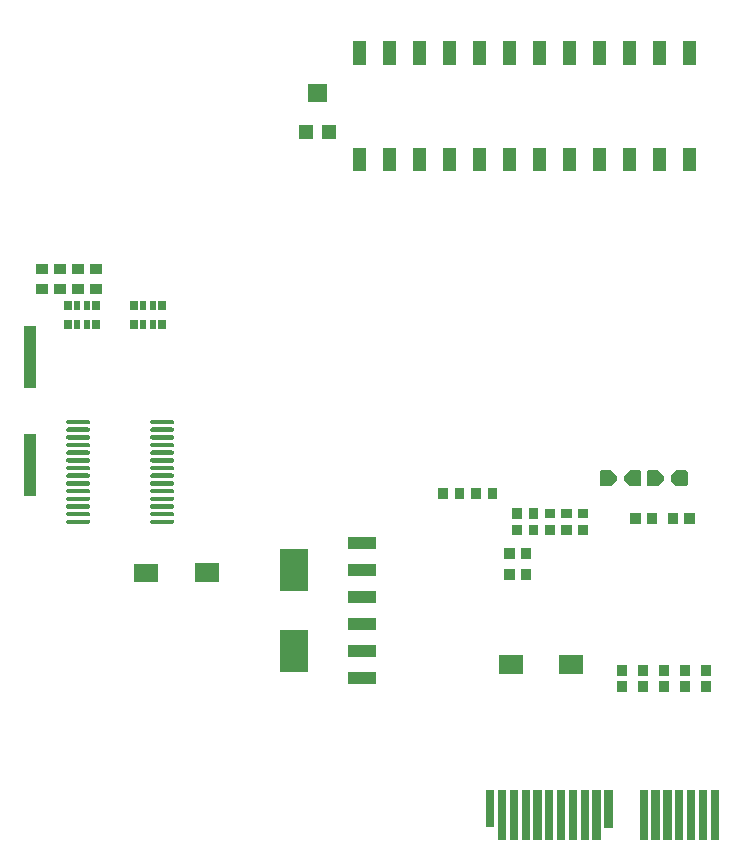
<source format=gbp>
G04 Layer: BottomPasteMaskLayer*
G04 EasyEDA v6.4.7, 2021-02-17T16:00:46+08:00*
G04 6587b44a977046f298512b0a2d276df7,119f753a6ce64b8d841f2ad33262ab0c,10*
G04 Gerber Generator version 0.2*
G04 Scale: 100 percent, Rotated: No, Reflected: No *
G04 Dimensions in millimeters *
G04 leading zeros omitted , absolute positions ,3 integer and 3 decimal *
%FSLAX33Y33*%
%MOMM*%
G90*
D02*

%ADD37R,2.046376X1.620012*%
%ADD49R,2.340000X3.599993*%
%ADD58R,1.019988X5.274005*%

%LPD*%
G36*
G01X59385Y5600D02*
G01X60085Y5600D01*
G01X60085Y1300D01*
G01X59385Y1300D01*
G01X59385Y5600D01*
G37*
G36*
G01X58385Y5600D02*
G01X59085Y5600D01*
G01X59085Y1300D01*
G01X58385Y1300D01*
G01X58385Y5600D01*
G37*
G36*
G01X60385Y5600D02*
G01X61085Y5600D01*
G01X61085Y1300D01*
G01X60385Y1300D01*
G01X60385Y5600D01*
G37*
G36*
G01X62385Y5600D02*
G01X63085Y5600D01*
G01X63085Y1300D01*
G01X62385Y1300D01*
G01X62385Y5600D01*
G37*
G36*
G01X61385Y5600D02*
G01X62085Y5600D01*
G01X62085Y1300D01*
G01X61385Y1300D01*
G01X61385Y5600D01*
G37*
G36*
G01X64385Y5600D02*
G01X65085Y5600D01*
G01X65085Y1300D01*
G01X64385Y1300D01*
G01X64385Y5600D01*
G37*
G36*
G01X63385Y5600D02*
G01X64085Y5600D01*
G01X64085Y1300D01*
G01X63385Y1300D01*
G01X63385Y5600D01*
G37*
G36*
G01X46385Y5600D02*
G01X47085Y5600D01*
G01X47085Y1300D01*
G01X46385Y1300D01*
G01X46385Y5600D01*
G37*
G36*
G01X45385Y5600D02*
G01X46085Y5600D01*
G01X46085Y2400D01*
G01X45385Y2400D01*
G01X45385Y5600D01*
G37*
G36*
G01X47385Y5600D02*
G01X48085Y5600D01*
G01X48085Y1300D01*
G01X47385Y1300D01*
G01X47385Y5600D01*
G37*
G36*
G01X53385Y5600D02*
G01X54085Y5600D01*
G01X54085Y1300D01*
G01X53385Y1300D01*
G01X53385Y5600D01*
G37*
G36*
G01X52385Y5600D02*
G01X53085Y5600D01*
G01X53085Y1300D01*
G01X52385Y1300D01*
G01X52385Y5600D01*
G37*
G36*
G01X55385Y5599D02*
G01X56085Y5599D01*
G01X56085Y2399D01*
G01X55385Y2399D01*
G01X55385Y5599D01*
G37*
G36*
G01X54385Y5600D02*
G01X55085Y5600D01*
G01X55085Y1300D01*
G01X54385Y1300D01*
G01X54385Y5600D01*
G37*
G36*
G01X49385Y5600D02*
G01X50085Y5600D01*
G01X50085Y1300D01*
G01X49385Y1300D01*
G01X49385Y5600D01*
G37*
G36*
G01X48385Y5600D02*
G01X49085Y5600D01*
G01X49085Y1300D01*
G01X48385Y1300D01*
G01X48385Y5600D01*
G37*
G36*
G01X51385Y5600D02*
G01X52085Y5600D01*
G01X52085Y1300D01*
G01X51385Y1300D01*
G01X51385Y5600D01*
G37*
G36*
G01X50385Y5600D02*
G01X51085Y5600D01*
G01X51085Y1300D01*
G01X50385Y1300D01*
G01X50385Y5600D01*
G37*
G36*
G01X62687Y13846D02*
G01X62687Y14761D01*
G01X61772Y14761D01*
G01X61772Y13846D01*
G01X62687Y13846D01*
G37*
G36*
G01X62687Y15243D02*
G01X62687Y16158D01*
G01X61772Y16158D01*
G01X61772Y15243D01*
G01X62687Y15243D01*
G37*
G36*
G01X64465Y13846D02*
G01X64465Y14761D01*
G01X63550Y14761D01*
G01X63550Y13846D01*
G01X64465Y13846D01*
G37*
G36*
G01X64465Y15243D02*
G01X64465Y16158D01*
G01X63550Y16158D01*
G01X63550Y15243D01*
G01X64465Y15243D01*
G37*
G36*
G01X60909Y13846D02*
G01X60909Y14761D01*
G01X59994Y14761D01*
G01X59994Y13846D01*
G01X60909Y13846D01*
G37*
G36*
G01X60909Y15243D02*
G01X60909Y16158D01*
G01X59994Y16158D01*
G01X59994Y15243D01*
G01X60909Y15243D01*
G37*
G36*
G01X59131Y13846D02*
G01X59131Y14761D01*
G01X58216Y14761D01*
G01X58216Y13846D01*
G01X59131Y13846D01*
G37*
G36*
G01X59131Y15243D02*
G01X59131Y16158D01*
G01X58216Y16158D01*
G01X58216Y15243D01*
G01X59131Y15243D01*
G37*
G36*
G01X57353Y13846D02*
G01X57353Y14761D01*
G01X56438Y14761D01*
G01X56438Y13846D01*
G01X57353Y13846D01*
G37*
G36*
G01X57353Y15243D02*
G01X57353Y16158D01*
G01X56438Y16158D01*
G01X56438Y15243D01*
G01X57353Y15243D01*
G37*
G36*
G01X36043Y20141D02*
G01X36043Y19161D01*
G01X33703Y19161D01*
G01X33703Y20141D01*
G01X36043Y20141D01*
G37*
G36*
G01X36043Y17841D02*
G01X36043Y16861D01*
G01X33703Y16861D01*
G01X33703Y17841D01*
G01X36043Y17841D01*
G37*
G36*
G01X36043Y15541D02*
G01X36043Y14561D01*
G01X33703Y14561D01*
G01X33703Y15541D01*
G01X36043Y15541D01*
G37*
G54D49*
G01X29134Y17351D03*
G36*
G01X36043Y26999D02*
G01X36043Y26019D01*
G01X33703Y26019D01*
G01X33703Y26999D01*
G01X36043Y26999D01*
G37*
G36*
G01X36043Y24699D02*
G01X36043Y23719D01*
G01X33703Y23719D01*
G01X33703Y24699D01*
G01X36043Y24699D01*
G37*
G36*
G01X36043Y22399D02*
G01X36043Y21419D01*
G01X33703Y21419D01*
G01X33703Y22399D01*
G01X36043Y22399D01*
G37*
G01X29134Y24209D03*
G36*
G01X49225Y26064D02*
G01X48310Y26064D01*
G01X48310Y25149D01*
G01X49225Y25149D01*
G01X49225Y26064D01*
G37*
G36*
G01X47828Y26064D02*
G01X46913Y26064D01*
G01X46913Y25149D01*
G01X47828Y25149D01*
G01X47828Y26064D01*
G37*
G36*
G01X49225Y24286D02*
G01X48310Y24286D01*
G01X48310Y23371D01*
G01X49225Y23371D01*
G01X49225Y24286D01*
G37*
G36*
G01X47828Y24286D02*
G01X46913Y24286D01*
G01X46913Y23371D01*
G01X47828Y23371D01*
G01X47828Y24286D01*
G37*
G36*
G01X57581Y28070D02*
G01X58496Y28070D01*
G01X58496Y28985D01*
G01X57581Y28985D01*
G01X57581Y28070D01*
G37*
G36*
G01X58978Y28070D02*
G01X59893Y28070D01*
G01X59893Y28985D01*
G01X58978Y28985D01*
G01X58978Y28070D01*
G37*
G36*
G01X60756Y28070D02*
G01X61671Y28070D01*
G01X61671Y28985D01*
G01X60756Y28985D01*
G01X60756Y28070D01*
G37*
G36*
G01X62153Y28070D02*
G01X63068Y28070D01*
G01X63068Y28985D01*
G01X62153Y28985D01*
G01X62153Y28070D01*
G37*
G36*
G01X63161Y59952D02*
G01X62061Y59952D01*
G01X62061Y57952D01*
G01X63161Y57952D01*
G01X63161Y59952D01*
G37*
G36*
G01X60621Y59952D02*
G01X59521Y59952D01*
G01X59521Y57952D01*
G01X60621Y57952D01*
G01X60621Y59952D01*
G37*
G36*
G01X60621Y68952D02*
G01X59521Y68952D01*
G01X59521Y66952D01*
G01X60621Y66952D01*
G01X60621Y68952D01*
G37*
G36*
G01X63161Y68952D02*
G01X62061Y68952D01*
G01X62061Y66952D01*
G01X63161Y66952D01*
G01X63161Y68952D01*
G37*
G36*
G01X58081Y59952D02*
G01X56981Y59952D01*
G01X56981Y57952D01*
G01X58081Y57952D01*
G01X58081Y59952D01*
G37*
G36*
G01X55541Y59952D02*
G01X54441Y59952D01*
G01X54441Y57952D01*
G01X55541Y57952D01*
G01X55541Y59952D01*
G37*
G36*
G01X53001Y59952D02*
G01X51901Y59952D01*
G01X51901Y57952D01*
G01X53001Y57952D01*
G01X53001Y59952D01*
G37*
G36*
G01X50461Y59952D02*
G01X49361Y59952D01*
G01X49361Y57952D01*
G01X50461Y57952D01*
G01X50461Y59952D01*
G37*
G36*
G01X58081Y68952D02*
G01X56981Y68952D01*
G01X56981Y66952D01*
G01X58081Y66952D01*
G01X58081Y68952D01*
G37*
G36*
G01X55541Y68952D02*
G01X54441Y68952D01*
G01X54441Y66952D01*
G01X55541Y66952D01*
G01X55541Y68952D01*
G37*
G36*
G01X53001Y68952D02*
G01X51901Y68952D01*
G01X51901Y66952D01*
G01X53001Y66952D01*
G01X53001Y68952D01*
G37*
G36*
G01X50461Y68952D02*
G01X49361Y68952D01*
G01X49361Y66952D01*
G01X50461Y66952D01*
G01X50461Y68952D01*
G37*
G36*
G01X47921Y59952D02*
G01X46821Y59952D01*
G01X46821Y57952D01*
G01X47921Y57952D01*
G01X47921Y59952D01*
G37*
G36*
G01X45381Y59952D02*
G01X44281Y59952D01*
G01X44281Y57952D01*
G01X45381Y57952D01*
G01X45381Y59952D01*
G37*
G36*
G01X45381Y68952D02*
G01X44281Y68952D01*
G01X44281Y66952D01*
G01X45381Y66952D01*
G01X45381Y68952D01*
G37*
G36*
G01X47921Y68952D02*
G01X46821Y68952D01*
G01X46821Y66952D01*
G01X47921Y66952D01*
G01X47921Y68952D01*
G37*
G36*
G01X42841Y59952D02*
G01X41741Y59952D01*
G01X41741Y57952D01*
G01X42841Y57952D01*
G01X42841Y59952D01*
G37*
G36*
G01X40301Y59952D02*
G01X39201Y59952D01*
G01X39201Y57952D01*
G01X40301Y57952D01*
G01X40301Y59952D01*
G37*
G36*
G01X37761Y59952D02*
G01X36661Y59952D01*
G01X36661Y57952D01*
G01X37761Y57952D01*
G01X37761Y59952D01*
G37*
G36*
G01X35221Y59952D02*
G01X34121Y59952D01*
G01X34121Y57952D01*
G01X35221Y57952D01*
G01X35221Y59952D01*
G37*
G36*
G01X42841Y68952D02*
G01X41741Y68952D01*
G01X41741Y66952D01*
G01X42841Y66952D01*
G01X42841Y68952D01*
G37*
G36*
G01X40301Y68952D02*
G01X39201Y68952D01*
G01X39201Y66952D01*
G01X40301Y66952D01*
G01X40301Y68952D01*
G37*
G36*
G01X37761Y68952D02*
G01X36661Y68952D01*
G01X36661Y66952D01*
G01X37761Y66952D01*
G01X37761Y68952D01*
G37*
G36*
G01X35221Y68952D02*
G01X34121Y68952D01*
G01X34121Y66952D01*
G01X35221Y66952D01*
G01X35221Y68952D01*
G37*
G36*
G01X31914Y65331D02*
G01X30315Y65331D01*
G01X30315Y63807D01*
G01X31914Y63807D01*
G01X31914Y65331D01*
G37*
G36*
G01X30715Y61919D02*
G01X29515Y61919D01*
G01X29515Y60719D01*
G01X30715Y60719D01*
G01X30715Y61919D01*
G37*
G36*
G01X32714Y61919D02*
G01X31514Y61919D01*
G01X31514Y60719D01*
G01X32714Y60719D01*
G01X32714Y61919D01*
G37*
G36*
G01X54044Y28573D02*
G01X54044Y29373D01*
G01X53143Y29373D01*
G01X53143Y28573D01*
G01X54044Y28573D01*
G37*
G36*
G01X54044Y27173D02*
G01X54044Y27973D01*
G01X53143Y27973D01*
G01X53143Y27173D01*
G01X54044Y27173D01*
G37*
G36*
G01X52647Y28573D02*
G01X52647Y29373D01*
G01X51746Y29373D01*
G01X51746Y28573D01*
G01X52647Y28573D01*
G37*
G36*
G01X52647Y27173D02*
G01X52647Y27973D01*
G01X51746Y27973D01*
G01X51746Y27173D01*
G01X52647Y27173D01*
G37*
G36*
G01X51250Y28573D02*
G01X51250Y29373D01*
G01X50349Y29373D01*
G01X50349Y28573D01*
G01X51250Y28573D01*
G37*
G36*
G01X51250Y27173D02*
G01X51250Y27973D01*
G01X50349Y27973D01*
G01X50349Y27173D01*
G01X51250Y27173D01*
G37*
G36*
G01X48404Y29422D02*
G01X47604Y29422D01*
G01X47604Y28522D01*
G01X48404Y28522D01*
G01X48404Y29422D01*
G37*
G36*
G01X49804Y29422D02*
G01X49004Y29422D01*
G01X49004Y28522D01*
G01X49804Y28522D01*
G01X49804Y29422D01*
G37*
G36*
G01X49004Y27125D02*
G01X49804Y27125D01*
G01X49804Y28025D01*
G01X49004Y28025D01*
G01X49004Y27125D01*
G37*
G36*
G01X47604Y27125D02*
G01X48404Y27125D01*
G01X48404Y28025D01*
G01X47604Y28025D01*
G01X47604Y27125D01*
G37*
G36*
G01X18783Y36922D02*
G01X18806Y36921D01*
G01X18828Y36917D01*
G01X18850Y36910D01*
G01X18871Y36900D01*
G01X18891Y36888D01*
G01X18909Y36874D01*
G01X18925Y36858D01*
G01X18940Y36840D01*
G01X18951Y36820D01*
G01X18961Y36799D01*
G01X18968Y36777D01*
G01X18972Y36754D01*
G01X18973Y36732D01*
G01X18972Y36708D01*
G01X18968Y36686D01*
G01X18961Y36664D01*
G01X18951Y36643D01*
G01X18940Y36623D01*
G01X18925Y36605D01*
G01X18909Y36589D01*
G01X18891Y36575D01*
G01X18871Y36563D01*
G01X18850Y36554D01*
G01X18828Y36547D01*
G01X18806Y36542D01*
G01X18783Y36541D01*
G01X17132Y36541D01*
G01X17109Y36542D01*
G01X17086Y36547D01*
G01X17064Y36554D01*
G01X17043Y36563D01*
G01X17024Y36575D01*
G01X17006Y36589D01*
G01X16989Y36605D01*
G01X16975Y36623D01*
G01X16963Y36643D01*
G01X16954Y36664D01*
G01X16947Y36686D01*
G01X16943Y36708D01*
G01X16941Y36732D01*
G01X16943Y36754D01*
G01X16947Y36777D01*
G01X16954Y36799D01*
G01X16963Y36820D01*
G01X16975Y36840D01*
G01X16989Y36858D01*
G01X17006Y36874D01*
G01X17024Y36888D01*
G01X17043Y36900D01*
G01X17064Y36910D01*
G01X17086Y36917D01*
G01X17109Y36921D01*
G01X17132Y36922D01*
G01X18783Y36922D01*
G37*
G36*
G01X18783Y36272D02*
G01X18806Y36271D01*
G01X18828Y36266D01*
G01X18850Y36259D01*
G01X18871Y36250D01*
G01X18891Y36238D01*
G01X18909Y36224D01*
G01X18925Y36208D01*
G01X18940Y36190D01*
G01X18951Y36170D01*
G01X18961Y36149D01*
G01X18968Y36127D01*
G01X18972Y36104D01*
G01X18973Y36081D01*
G01X18972Y36059D01*
G01X18968Y36036D01*
G01X18961Y36014D01*
G01X18951Y35993D01*
G01X18940Y35973D01*
G01X18925Y35955D01*
G01X18909Y35939D01*
G01X18891Y35925D01*
G01X18871Y35913D01*
G01X18850Y35903D01*
G01X18828Y35896D01*
G01X18806Y35892D01*
G01X18783Y35891D01*
G01X17132Y35891D01*
G01X17109Y35892D01*
G01X17086Y35896D01*
G01X17064Y35903D01*
G01X17043Y35913D01*
G01X17024Y35925D01*
G01X17006Y35939D01*
G01X16989Y35955D01*
G01X16975Y35973D01*
G01X16963Y35993D01*
G01X16954Y36014D01*
G01X16947Y36036D01*
G01X16943Y36059D01*
G01X16941Y36081D01*
G01X16943Y36104D01*
G01X16947Y36127D01*
G01X16954Y36149D01*
G01X16963Y36170D01*
G01X16975Y36190D01*
G01X16989Y36208D01*
G01X17006Y36224D01*
G01X17024Y36238D01*
G01X17043Y36250D01*
G01X17064Y36259D01*
G01X17086Y36266D01*
G01X17109Y36271D01*
G01X17132Y36272D01*
G01X18783Y36272D01*
G37*
G36*
G01X18783Y35622D02*
G01X18806Y35621D01*
G01X18828Y35617D01*
G01X18850Y35610D01*
G01X18871Y35600D01*
G01X18891Y35588D01*
G01X18909Y35574D01*
G01X18925Y35558D01*
G01X18940Y35540D01*
G01X18951Y35520D01*
G01X18961Y35499D01*
G01X18968Y35477D01*
G01X18972Y35454D01*
G01X18973Y35432D01*
G01X18972Y35409D01*
G01X18968Y35386D01*
G01X18961Y35364D01*
G01X18951Y35343D01*
G01X18940Y35323D01*
G01X18925Y35305D01*
G01X18909Y35289D01*
G01X18891Y35275D01*
G01X18871Y35263D01*
G01X18850Y35254D01*
G01X18828Y35247D01*
G01X18806Y35242D01*
G01X18783Y35241D01*
G01X17132Y35241D01*
G01X17109Y35242D01*
G01X17086Y35247D01*
G01X17064Y35254D01*
G01X17043Y35263D01*
G01X17024Y35275D01*
G01X17006Y35289D01*
G01X16989Y35305D01*
G01X16975Y35323D01*
G01X16963Y35343D01*
G01X16954Y35364D01*
G01X16947Y35386D01*
G01X16943Y35409D01*
G01X16941Y35432D01*
G01X16943Y35454D01*
G01X16947Y35477D01*
G01X16954Y35499D01*
G01X16963Y35520D01*
G01X16975Y35540D01*
G01X16989Y35558D01*
G01X17006Y35574D01*
G01X17024Y35588D01*
G01X17043Y35600D01*
G01X17064Y35610D01*
G01X17086Y35617D01*
G01X17109Y35621D01*
G01X17132Y35622D01*
G01X18783Y35622D01*
G37*
G36*
G01X18783Y34972D02*
G01X18806Y34971D01*
G01X18828Y34967D01*
G01X18850Y34960D01*
G01X18871Y34950D01*
G01X18891Y34938D01*
G01X18909Y34924D01*
G01X18925Y34908D01*
G01X18940Y34890D01*
G01X18951Y34870D01*
G01X18961Y34849D01*
G01X18968Y34827D01*
G01X18972Y34805D01*
G01X18973Y34782D01*
G01X18972Y34759D01*
G01X18968Y34736D01*
G01X18961Y34714D01*
G01X18951Y34693D01*
G01X18940Y34673D01*
G01X18925Y34655D01*
G01X18909Y34639D01*
G01X18891Y34625D01*
G01X18871Y34613D01*
G01X18850Y34603D01*
G01X18828Y34597D01*
G01X18806Y34592D01*
G01X18783Y34591D01*
G01X17132Y34591D01*
G01X17109Y34592D01*
G01X17086Y34597D01*
G01X17064Y34603D01*
G01X17043Y34613D01*
G01X17024Y34625D01*
G01X17006Y34639D01*
G01X16989Y34655D01*
G01X16975Y34673D01*
G01X16963Y34693D01*
G01X16954Y34714D01*
G01X16947Y34736D01*
G01X16943Y34759D01*
G01X16941Y34782D01*
G01X16943Y34805D01*
G01X16947Y34827D01*
G01X16954Y34849D01*
G01X16963Y34870D01*
G01X16975Y34890D01*
G01X16989Y34908D01*
G01X17006Y34924D01*
G01X17024Y34938D01*
G01X17043Y34950D01*
G01X17064Y34960D01*
G01X17086Y34967D01*
G01X17109Y34971D01*
G01X17132Y34972D01*
G01X18783Y34972D01*
G37*
G36*
G01X18783Y34322D02*
G01X18806Y34320D01*
G01X18828Y34316D01*
G01X18850Y34309D01*
G01X18871Y34300D01*
G01X18891Y34288D01*
G01X18909Y34274D01*
G01X18925Y34258D01*
G01X18940Y34240D01*
G01X18951Y34220D01*
G01X18961Y34199D01*
G01X18968Y34177D01*
G01X18972Y34154D01*
G01X18973Y34131D01*
G01X18972Y34108D01*
G01X18968Y34086D01*
G01X18961Y34064D01*
G01X18951Y34043D01*
G01X18940Y34023D01*
G01X18925Y34005D01*
G01X18909Y33989D01*
G01X18891Y33975D01*
G01X18871Y33963D01*
G01X18850Y33953D01*
G01X18828Y33946D01*
G01X18806Y33942D01*
G01X18783Y33941D01*
G01X17132Y33941D01*
G01X17109Y33942D01*
G01X17086Y33946D01*
G01X17064Y33953D01*
G01X17043Y33963D01*
G01X17024Y33975D01*
G01X17006Y33989D01*
G01X16989Y34005D01*
G01X16975Y34023D01*
G01X16963Y34043D01*
G01X16954Y34064D01*
G01X16947Y34086D01*
G01X16943Y34108D01*
G01X16941Y34131D01*
G01X16943Y34154D01*
G01X16947Y34177D01*
G01X16954Y34199D01*
G01X16963Y34220D01*
G01X16975Y34240D01*
G01X16989Y34258D01*
G01X17006Y34274D01*
G01X17024Y34288D01*
G01X17043Y34300D01*
G01X17064Y34309D01*
G01X17086Y34316D01*
G01X17109Y34320D01*
G01X17132Y34322D01*
G01X18783Y34322D01*
G37*
G36*
G01X18783Y33672D02*
G01X18806Y33671D01*
G01X18828Y33667D01*
G01X18850Y33660D01*
G01X18871Y33650D01*
G01X18891Y33638D01*
G01X18909Y33624D01*
G01X18925Y33608D01*
G01X18940Y33590D01*
G01X18951Y33570D01*
G01X18961Y33549D01*
G01X18968Y33527D01*
G01X18972Y33505D01*
G01X18973Y33482D01*
G01X18972Y33459D01*
G01X18968Y33436D01*
G01X18961Y33414D01*
G01X18951Y33393D01*
G01X18940Y33373D01*
G01X18925Y33355D01*
G01X18909Y33339D01*
G01X18891Y33325D01*
G01X18871Y33313D01*
G01X18850Y33304D01*
G01X18828Y33297D01*
G01X18806Y33292D01*
G01X18783Y33291D01*
G01X17132Y33291D01*
G01X17109Y33292D01*
G01X17086Y33297D01*
G01X17064Y33304D01*
G01X17043Y33313D01*
G01X17024Y33325D01*
G01X17006Y33339D01*
G01X16989Y33355D01*
G01X16975Y33373D01*
G01X16963Y33393D01*
G01X16954Y33414D01*
G01X16947Y33436D01*
G01X16943Y33459D01*
G01X16941Y33482D01*
G01X16943Y33505D01*
G01X16947Y33527D01*
G01X16954Y33549D01*
G01X16963Y33570D01*
G01X16975Y33590D01*
G01X16989Y33608D01*
G01X17006Y33624D01*
G01X17024Y33638D01*
G01X17043Y33650D01*
G01X17064Y33660D01*
G01X17086Y33667D01*
G01X17109Y33671D01*
G01X17132Y33672D01*
G01X18783Y33672D01*
G37*
G36*
G01X18783Y33022D02*
G01X18806Y33021D01*
G01X18828Y33017D01*
G01X18850Y33010D01*
G01X18871Y33001D01*
G01X18891Y32989D01*
G01X18909Y32974D01*
G01X18925Y32958D01*
G01X18940Y32940D01*
G01X18951Y32920D01*
G01X18961Y32900D01*
G01X18968Y32877D01*
G01X18972Y32855D01*
G01X18973Y32832D01*
G01X18972Y32809D01*
G01X18968Y32786D01*
G01X18961Y32764D01*
G01X18951Y32743D01*
G01X18940Y32724D01*
G01X18925Y32705D01*
G01X18909Y32689D01*
G01X18891Y32675D01*
G01X18871Y32663D01*
G01X18850Y32654D01*
G01X18828Y32647D01*
G01X18806Y32643D01*
G01X18783Y32641D01*
G01X17132Y32641D01*
G01X17109Y32643D01*
G01X17086Y32647D01*
G01X17064Y32654D01*
G01X17043Y32663D01*
G01X17024Y32675D01*
G01X17006Y32689D01*
G01X16989Y32705D01*
G01X16975Y32724D01*
G01X16963Y32743D01*
G01X16954Y32764D01*
G01X16947Y32786D01*
G01X16943Y32809D01*
G01X16941Y32832D01*
G01X16943Y32855D01*
G01X16947Y32877D01*
G01X16954Y32900D01*
G01X16963Y32920D01*
G01X16975Y32940D01*
G01X16989Y32958D01*
G01X17006Y32974D01*
G01X17024Y32989D01*
G01X17043Y33001D01*
G01X17064Y33010D01*
G01X17086Y33017D01*
G01X17109Y33021D01*
G01X17132Y33022D01*
G01X18783Y33022D01*
G37*
G36*
G01X18783Y32372D02*
G01X18806Y32371D01*
G01X18828Y32367D01*
G01X18850Y32360D01*
G01X18871Y32350D01*
G01X18891Y32338D01*
G01X18909Y32324D01*
G01X18925Y32308D01*
G01X18940Y32290D01*
G01X18951Y32270D01*
G01X18961Y32249D01*
G01X18968Y32227D01*
G01X18972Y32205D01*
G01X18973Y32182D01*
G01X18972Y32159D01*
G01X18968Y32136D01*
G01X18961Y32114D01*
G01X18951Y32093D01*
G01X18940Y32074D01*
G01X18925Y32055D01*
G01X18909Y32039D01*
G01X18891Y32025D01*
G01X18871Y32013D01*
G01X18850Y32004D01*
G01X18828Y31997D01*
G01X18806Y31992D01*
G01X18783Y31991D01*
G01X17132Y31991D01*
G01X17109Y31992D01*
G01X17086Y31997D01*
G01X17064Y32004D01*
G01X17043Y32013D01*
G01X17024Y32025D01*
G01X17006Y32039D01*
G01X16989Y32055D01*
G01X16975Y32074D01*
G01X16963Y32093D01*
G01X16954Y32114D01*
G01X16947Y32136D01*
G01X16943Y32159D01*
G01X16941Y32182D01*
G01X16943Y32205D01*
G01X16947Y32227D01*
G01X16954Y32249D01*
G01X16963Y32270D01*
G01X16975Y32290D01*
G01X16989Y32308D01*
G01X17006Y32324D01*
G01X17024Y32338D01*
G01X17043Y32350D01*
G01X17064Y32360D01*
G01X17086Y32367D01*
G01X17109Y32371D01*
G01X17132Y32372D01*
G01X18783Y32372D01*
G37*
G36*
G01X18783Y31722D02*
G01X18806Y31721D01*
G01X18828Y31717D01*
G01X18850Y31710D01*
G01X18871Y31700D01*
G01X18891Y31688D01*
G01X18909Y31674D01*
G01X18925Y31658D01*
G01X18940Y31640D01*
G01X18951Y31620D01*
G01X18961Y31599D01*
G01X18968Y31577D01*
G01X18972Y31555D01*
G01X18973Y31532D01*
G01X18972Y31509D01*
G01X18968Y31486D01*
G01X18961Y31464D01*
G01X18951Y31443D01*
G01X18940Y31424D01*
G01X18925Y31405D01*
G01X18909Y31389D01*
G01X18891Y31375D01*
G01X18871Y31363D01*
G01X18850Y31354D01*
G01X18828Y31347D01*
G01X18806Y31342D01*
G01X18783Y31341D01*
G01X17132Y31341D01*
G01X17109Y31342D01*
G01X17086Y31347D01*
G01X17064Y31354D01*
G01X17043Y31363D01*
G01X17024Y31375D01*
G01X17006Y31389D01*
G01X16989Y31405D01*
G01X16975Y31424D01*
G01X16963Y31443D01*
G01X16954Y31464D01*
G01X16947Y31486D01*
G01X16943Y31509D01*
G01X16941Y31532D01*
G01X16943Y31555D01*
G01X16947Y31577D01*
G01X16954Y31599D01*
G01X16963Y31620D01*
G01X16975Y31640D01*
G01X16989Y31658D01*
G01X17006Y31674D01*
G01X17024Y31688D01*
G01X17043Y31700D01*
G01X17064Y31710D01*
G01X17086Y31717D01*
G01X17109Y31721D01*
G01X17132Y31722D01*
G01X18783Y31722D01*
G37*
G36*
G01X18783Y31072D02*
G01X18806Y31071D01*
G01X18828Y31066D01*
G01X18850Y31060D01*
G01X18871Y31050D01*
G01X18891Y31038D01*
G01X18909Y31024D01*
G01X18925Y31008D01*
G01X18940Y30990D01*
G01X18951Y30970D01*
G01X18961Y30949D01*
G01X18968Y30927D01*
G01X18972Y30904D01*
G01X18973Y30881D01*
G01X18972Y30859D01*
G01X18968Y30836D01*
G01X18961Y30814D01*
G01X18951Y30793D01*
G01X18940Y30773D01*
G01X18925Y30755D01*
G01X18909Y30739D01*
G01X18891Y30725D01*
G01X18871Y30713D01*
G01X18850Y30703D01*
G01X18828Y30697D01*
G01X18806Y30693D01*
G01X18783Y30691D01*
G01X17132Y30691D01*
G01X17109Y30693D01*
G01X17086Y30697D01*
G01X17064Y30703D01*
G01X17043Y30713D01*
G01X17024Y30725D01*
G01X17006Y30739D01*
G01X16989Y30755D01*
G01X16975Y30773D01*
G01X16963Y30793D01*
G01X16954Y30814D01*
G01X16947Y30836D01*
G01X16943Y30859D01*
G01X16941Y30881D01*
G01X16943Y30904D01*
G01X16947Y30927D01*
G01X16954Y30949D01*
G01X16963Y30970D01*
G01X16975Y30990D01*
G01X16989Y31008D01*
G01X17006Y31024D01*
G01X17024Y31038D01*
G01X17043Y31050D01*
G01X17064Y31060D01*
G01X17086Y31066D01*
G01X17109Y31071D01*
G01X17132Y31072D01*
G01X18783Y31072D01*
G37*
G36*
G01X18783Y30422D02*
G01X18806Y30420D01*
G01X18828Y30416D01*
G01X18850Y30409D01*
G01X18871Y30400D01*
G01X18891Y30388D01*
G01X18909Y30374D01*
G01X18925Y30357D01*
G01X18940Y30339D01*
G01X18951Y30320D01*
G01X18961Y30299D01*
G01X18968Y30277D01*
G01X18972Y30254D01*
G01X18973Y30231D01*
G01X18972Y30208D01*
G01X18968Y30186D01*
G01X18961Y30164D01*
G01X18951Y30143D01*
G01X18940Y30123D01*
G01X18925Y30105D01*
G01X18909Y30088D01*
G01X18891Y30075D01*
G01X18871Y30063D01*
G01X18850Y30053D01*
G01X18828Y30046D01*
G01X18806Y30042D01*
G01X18783Y30041D01*
G01X17132Y30041D01*
G01X17109Y30042D01*
G01X17086Y30046D01*
G01X17064Y30053D01*
G01X17043Y30063D01*
G01X17024Y30075D01*
G01X17006Y30088D01*
G01X16989Y30105D01*
G01X16975Y30123D01*
G01X16963Y30143D01*
G01X16954Y30164D01*
G01X16947Y30186D01*
G01X16943Y30208D01*
G01X16941Y30231D01*
G01X16943Y30254D01*
G01X16947Y30277D01*
G01X16954Y30299D01*
G01X16963Y30320D01*
G01X16975Y30339D01*
G01X16989Y30357D01*
G01X17006Y30374D01*
G01X17024Y30388D01*
G01X17043Y30400D01*
G01X17064Y30409D01*
G01X17086Y30416D01*
G01X17109Y30420D01*
G01X17132Y30422D01*
G01X18783Y30422D01*
G37*
G36*
G01X18783Y29772D02*
G01X18806Y29770D01*
G01X18828Y29766D01*
G01X18850Y29760D01*
G01X18871Y29750D01*
G01X18891Y29738D01*
G01X18909Y29724D01*
G01X18925Y29708D01*
G01X18940Y29690D01*
G01X18951Y29670D01*
G01X18961Y29649D01*
G01X18968Y29627D01*
G01X18972Y29604D01*
G01X18973Y29582D01*
G01X18972Y29559D01*
G01X18968Y29536D01*
G01X18961Y29514D01*
G01X18951Y29493D01*
G01X18940Y29473D01*
G01X18925Y29455D01*
G01X18909Y29439D01*
G01X18891Y29425D01*
G01X18871Y29413D01*
G01X18850Y29403D01*
G01X18828Y29397D01*
G01X18806Y29392D01*
G01X18783Y29391D01*
G01X17132Y29391D01*
G01X17109Y29392D01*
G01X17086Y29397D01*
G01X17064Y29403D01*
G01X17043Y29413D01*
G01X17024Y29425D01*
G01X17006Y29439D01*
G01X16989Y29455D01*
G01X16975Y29473D01*
G01X16963Y29493D01*
G01X16954Y29514D01*
G01X16947Y29536D01*
G01X16943Y29559D01*
G01X16941Y29582D01*
G01X16943Y29604D01*
G01X16947Y29627D01*
G01X16954Y29649D01*
G01X16963Y29670D01*
G01X16975Y29690D01*
G01X16989Y29708D01*
G01X17006Y29724D01*
G01X17024Y29738D01*
G01X17043Y29750D01*
G01X17064Y29760D01*
G01X17086Y29766D01*
G01X17109Y29770D01*
G01X17132Y29772D01*
G01X18783Y29772D01*
G37*
G36*
G01X18783Y29122D02*
G01X18806Y29121D01*
G01X18828Y29117D01*
G01X18850Y29110D01*
G01X18871Y29100D01*
G01X18891Y29088D01*
G01X18909Y29074D01*
G01X18925Y29058D01*
G01X18940Y29040D01*
G01X18951Y29020D01*
G01X18961Y28999D01*
G01X18968Y28977D01*
G01X18972Y28955D01*
G01X18973Y28932D01*
G01X18972Y28909D01*
G01X18968Y28886D01*
G01X18961Y28864D01*
G01X18951Y28843D01*
G01X18940Y28824D01*
G01X18925Y28806D01*
G01X18909Y28789D01*
G01X18891Y28775D01*
G01X18871Y28763D01*
G01X18850Y28754D01*
G01X18828Y28747D01*
G01X18806Y28743D01*
G01X18783Y28741D01*
G01X17132Y28741D01*
G01X17109Y28743D01*
G01X17086Y28747D01*
G01X17064Y28754D01*
G01X17043Y28763D01*
G01X17024Y28775D01*
G01X17006Y28789D01*
G01X16989Y28806D01*
G01X16975Y28824D01*
G01X16963Y28843D01*
G01X16954Y28864D01*
G01X16947Y28886D01*
G01X16943Y28909D01*
G01X16941Y28932D01*
G01X16943Y28955D01*
G01X16947Y28977D01*
G01X16954Y28999D01*
G01X16963Y29020D01*
G01X16975Y29040D01*
G01X16989Y29058D01*
G01X17006Y29074D01*
G01X17024Y29088D01*
G01X17043Y29100D01*
G01X17064Y29110D01*
G01X17086Y29117D01*
G01X17109Y29121D01*
G01X17132Y29122D01*
G01X18783Y29122D01*
G37*
G36*
G01X18783Y28472D02*
G01X18806Y28471D01*
G01X18828Y28466D01*
G01X18850Y28460D01*
G01X18871Y28450D01*
G01X18891Y28438D01*
G01X18909Y28424D01*
G01X18925Y28408D01*
G01X18940Y28390D01*
G01X18951Y28370D01*
G01X18961Y28349D01*
G01X18968Y28327D01*
G01X18972Y28304D01*
G01X18973Y28282D01*
G01X18972Y28258D01*
G01X18968Y28236D01*
G01X18961Y28214D01*
G01X18951Y28193D01*
G01X18940Y28173D01*
G01X18925Y28155D01*
G01X18909Y28139D01*
G01X18891Y28125D01*
G01X18871Y28113D01*
G01X18850Y28103D01*
G01X18828Y28097D01*
G01X18806Y28092D01*
G01X18783Y28091D01*
G01X17132Y28091D01*
G01X17109Y28092D01*
G01X17086Y28097D01*
G01X17064Y28103D01*
G01X17043Y28113D01*
G01X17024Y28125D01*
G01X17006Y28139D01*
G01X16989Y28155D01*
G01X16975Y28173D01*
G01X16963Y28193D01*
G01X16954Y28214D01*
G01X16947Y28236D01*
G01X16943Y28258D01*
G01X16941Y28282D01*
G01X16943Y28304D01*
G01X16947Y28327D01*
G01X16954Y28349D01*
G01X16963Y28370D01*
G01X16975Y28390D01*
G01X16989Y28408D01*
G01X17006Y28424D01*
G01X17024Y28438D01*
G01X17043Y28450D01*
G01X17064Y28460D01*
G01X17086Y28466D01*
G01X17109Y28471D01*
G01X17132Y28472D01*
G01X18783Y28472D01*
G37*
G36*
G01X11671Y28472D02*
G01X11694Y28471D01*
G01X11716Y28466D01*
G01X11738Y28460D01*
G01X11759Y28450D01*
G01X11779Y28438D01*
G01X11797Y28424D01*
G01X11813Y28408D01*
G01X11828Y28390D01*
G01X11839Y28370D01*
G01X11849Y28349D01*
G01X11856Y28327D01*
G01X11860Y28304D01*
G01X11861Y28282D01*
G01X11860Y28258D01*
G01X11856Y28236D01*
G01X11849Y28214D01*
G01X11839Y28193D01*
G01X11828Y28173D01*
G01X11813Y28155D01*
G01X11797Y28139D01*
G01X11779Y28125D01*
G01X11759Y28113D01*
G01X11738Y28103D01*
G01X11716Y28097D01*
G01X11694Y28092D01*
G01X11671Y28091D01*
G01X10020Y28091D01*
G01X9997Y28092D01*
G01X9974Y28097D01*
G01X9952Y28103D01*
G01X9931Y28113D01*
G01X9912Y28125D01*
G01X9894Y28139D01*
G01X9877Y28155D01*
G01X9863Y28173D01*
G01X9851Y28193D01*
G01X9842Y28214D01*
G01X9835Y28236D01*
G01X9831Y28258D01*
G01X9829Y28282D01*
G01X9831Y28304D01*
G01X9835Y28327D01*
G01X9842Y28349D01*
G01X9851Y28370D01*
G01X9863Y28390D01*
G01X9877Y28408D01*
G01X9894Y28424D01*
G01X9912Y28438D01*
G01X9931Y28450D01*
G01X9952Y28460D01*
G01X9974Y28466D01*
G01X9997Y28471D01*
G01X10020Y28472D01*
G01X11671Y28472D01*
G37*
G36*
G01X11671Y29122D02*
G01X11694Y29121D01*
G01X11716Y29117D01*
G01X11738Y29110D01*
G01X11759Y29100D01*
G01X11779Y29088D01*
G01X11797Y29074D01*
G01X11813Y29058D01*
G01X11828Y29040D01*
G01X11839Y29020D01*
G01X11849Y28999D01*
G01X11856Y28977D01*
G01X11860Y28955D01*
G01X11861Y28932D01*
G01X11860Y28909D01*
G01X11856Y28886D01*
G01X11849Y28864D01*
G01X11839Y28843D01*
G01X11828Y28824D01*
G01X11813Y28806D01*
G01X11797Y28789D01*
G01X11779Y28775D01*
G01X11759Y28763D01*
G01X11738Y28754D01*
G01X11716Y28747D01*
G01X11694Y28743D01*
G01X11671Y28741D01*
G01X10020Y28741D01*
G01X9997Y28743D01*
G01X9974Y28747D01*
G01X9952Y28754D01*
G01X9931Y28763D01*
G01X9912Y28775D01*
G01X9894Y28789D01*
G01X9877Y28806D01*
G01X9863Y28824D01*
G01X9851Y28843D01*
G01X9842Y28864D01*
G01X9835Y28886D01*
G01X9831Y28909D01*
G01X9829Y28932D01*
G01X9831Y28955D01*
G01X9835Y28977D01*
G01X9842Y28999D01*
G01X9851Y29020D01*
G01X9863Y29040D01*
G01X9877Y29058D01*
G01X9894Y29074D01*
G01X9912Y29088D01*
G01X9931Y29100D01*
G01X9952Y29110D01*
G01X9974Y29117D01*
G01X9997Y29121D01*
G01X10020Y29122D01*
G01X11671Y29122D01*
G37*
G36*
G01X11671Y29772D02*
G01X11694Y29770D01*
G01X11716Y29766D01*
G01X11738Y29760D01*
G01X11759Y29750D01*
G01X11779Y29738D01*
G01X11797Y29724D01*
G01X11813Y29708D01*
G01X11828Y29690D01*
G01X11839Y29670D01*
G01X11849Y29649D01*
G01X11856Y29627D01*
G01X11860Y29604D01*
G01X11861Y29582D01*
G01X11860Y29559D01*
G01X11856Y29536D01*
G01X11849Y29514D01*
G01X11839Y29493D01*
G01X11828Y29473D01*
G01X11813Y29455D01*
G01X11797Y29439D01*
G01X11779Y29425D01*
G01X11759Y29413D01*
G01X11738Y29403D01*
G01X11716Y29397D01*
G01X11694Y29392D01*
G01X11671Y29391D01*
G01X10020Y29391D01*
G01X9997Y29392D01*
G01X9974Y29397D01*
G01X9952Y29403D01*
G01X9931Y29413D01*
G01X9912Y29425D01*
G01X9894Y29439D01*
G01X9877Y29455D01*
G01X9863Y29473D01*
G01X9851Y29493D01*
G01X9842Y29514D01*
G01X9835Y29536D01*
G01X9831Y29559D01*
G01X9829Y29582D01*
G01X9831Y29604D01*
G01X9835Y29627D01*
G01X9842Y29649D01*
G01X9851Y29670D01*
G01X9863Y29690D01*
G01X9877Y29708D01*
G01X9894Y29724D01*
G01X9912Y29738D01*
G01X9931Y29750D01*
G01X9952Y29760D01*
G01X9974Y29766D01*
G01X9997Y29770D01*
G01X10020Y29772D01*
G01X11671Y29772D01*
G37*
G36*
G01X11671Y30422D02*
G01X11694Y30420D01*
G01X11716Y30416D01*
G01X11738Y30409D01*
G01X11759Y30400D01*
G01X11779Y30388D01*
G01X11797Y30374D01*
G01X11813Y30357D01*
G01X11828Y30339D01*
G01X11839Y30320D01*
G01X11849Y30299D01*
G01X11856Y30277D01*
G01X11860Y30254D01*
G01X11861Y30231D01*
G01X11860Y30208D01*
G01X11856Y30186D01*
G01X11849Y30164D01*
G01X11839Y30143D01*
G01X11828Y30123D01*
G01X11813Y30105D01*
G01X11797Y30088D01*
G01X11779Y30075D01*
G01X11759Y30063D01*
G01X11738Y30053D01*
G01X11716Y30046D01*
G01X11694Y30042D01*
G01X11671Y30041D01*
G01X10020Y30041D01*
G01X9997Y30042D01*
G01X9974Y30046D01*
G01X9952Y30053D01*
G01X9931Y30063D01*
G01X9912Y30075D01*
G01X9894Y30088D01*
G01X9877Y30105D01*
G01X9863Y30123D01*
G01X9851Y30143D01*
G01X9842Y30164D01*
G01X9835Y30186D01*
G01X9831Y30208D01*
G01X9829Y30231D01*
G01X9831Y30254D01*
G01X9835Y30277D01*
G01X9842Y30299D01*
G01X9851Y30320D01*
G01X9863Y30339D01*
G01X9877Y30357D01*
G01X9894Y30374D01*
G01X9912Y30388D01*
G01X9931Y30400D01*
G01X9952Y30409D01*
G01X9974Y30416D01*
G01X9997Y30420D01*
G01X10020Y30422D01*
G01X11671Y30422D01*
G37*
G36*
G01X11671Y31072D02*
G01X11694Y31071D01*
G01X11716Y31066D01*
G01X11738Y31060D01*
G01X11759Y31050D01*
G01X11779Y31038D01*
G01X11797Y31024D01*
G01X11813Y31008D01*
G01X11828Y30990D01*
G01X11839Y30970D01*
G01X11849Y30949D01*
G01X11856Y30927D01*
G01X11860Y30904D01*
G01X11861Y30881D01*
G01X11860Y30859D01*
G01X11856Y30836D01*
G01X11849Y30814D01*
G01X11839Y30793D01*
G01X11828Y30773D01*
G01X11813Y30755D01*
G01X11797Y30739D01*
G01X11779Y30725D01*
G01X11759Y30713D01*
G01X11738Y30703D01*
G01X11716Y30697D01*
G01X11694Y30693D01*
G01X11671Y30691D01*
G01X10020Y30691D01*
G01X9997Y30693D01*
G01X9974Y30697D01*
G01X9952Y30703D01*
G01X9931Y30713D01*
G01X9912Y30725D01*
G01X9894Y30739D01*
G01X9877Y30755D01*
G01X9863Y30773D01*
G01X9851Y30793D01*
G01X9842Y30814D01*
G01X9835Y30836D01*
G01X9831Y30859D01*
G01X9829Y30881D01*
G01X9831Y30904D01*
G01X9835Y30927D01*
G01X9842Y30949D01*
G01X9851Y30970D01*
G01X9863Y30990D01*
G01X9877Y31008D01*
G01X9894Y31024D01*
G01X9912Y31038D01*
G01X9931Y31050D01*
G01X9952Y31060D01*
G01X9974Y31066D01*
G01X9997Y31071D01*
G01X10020Y31072D01*
G01X11671Y31072D01*
G37*
G36*
G01X11671Y31722D02*
G01X11694Y31721D01*
G01X11716Y31717D01*
G01X11738Y31710D01*
G01X11759Y31700D01*
G01X11779Y31688D01*
G01X11797Y31674D01*
G01X11813Y31658D01*
G01X11828Y31640D01*
G01X11839Y31620D01*
G01X11849Y31599D01*
G01X11856Y31577D01*
G01X11860Y31555D01*
G01X11861Y31532D01*
G01X11860Y31509D01*
G01X11856Y31486D01*
G01X11849Y31464D01*
G01X11839Y31443D01*
G01X11828Y31424D01*
G01X11813Y31405D01*
G01X11797Y31389D01*
G01X11779Y31375D01*
G01X11759Y31363D01*
G01X11738Y31354D01*
G01X11716Y31347D01*
G01X11694Y31342D01*
G01X11671Y31341D01*
G01X10020Y31341D01*
G01X9997Y31342D01*
G01X9974Y31347D01*
G01X9952Y31354D01*
G01X9931Y31363D01*
G01X9912Y31375D01*
G01X9894Y31389D01*
G01X9877Y31405D01*
G01X9863Y31424D01*
G01X9851Y31443D01*
G01X9842Y31464D01*
G01X9835Y31486D01*
G01X9831Y31509D01*
G01X9829Y31532D01*
G01X9831Y31555D01*
G01X9835Y31577D01*
G01X9842Y31599D01*
G01X9851Y31620D01*
G01X9863Y31640D01*
G01X9877Y31658D01*
G01X9894Y31674D01*
G01X9912Y31688D01*
G01X9931Y31700D01*
G01X9952Y31710D01*
G01X9974Y31717D01*
G01X9997Y31721D01*
G01X10020Y31722D01*
G01X11671Y31722D01*
G37*
G36*
G01X11671Y32372D02*
G01X11694Y32371D01*
G01X11716Y32367D01*
G01X11738Y32360D01*
G01X11759Y32350D01*
G01X11779Y32338D01*
G01X11797Y32324D01*
G01X11813Y32308D01*
G01X11828Y32290D01*
G01X11839Y32270D01*
G01X11849Y32249D01*
G01X11856Y32227D01*
G01X11860Y32205D01*
G01X11861Y32182D01*
G01X11860Y32159D01*
G01X11856Y32136D01*
G01X11849Y32114D01*
G01X11839Y32093D01*
G01X11828Y32074D01*
G01X11813Y32055D01*
G01X11797Y32039D01*
G01X11779Y32025D01*
G01X11759Y32013D01*
G01X11738Y32004D01*
G01X11716Y31997D01*
G01X11694Y31992D01*
G01X11671Y31991D01*
G01X10020Y31991D01*
G01X9997Y31992D01*
G01X9974Y31997D01*
G01X9952Y32004D01*
G01X9931Y32013D01*
G01X9912Y32025D01*
G01X9894Y32039D01*
G01X9877Y32055D01*
G01X9863Y32074D01*
G01X9851Y32093D01*
G01X9842Y32114D01*
G01X9835Y32136D01*
G01X9831Y32159D01*
G01X9829Y32182D01*
G01X9831Y32205D01*
G01X9835Y32227D01*
G01X9842Y32249D01*
G01X9851Y32270D01*
G01X9863Y32290D01*
G01X9877Y32308D01*
G01X9894Y32324D01*
G01X9912Y32338D01*
G01X9931Y32350D01*
G01X9952Y32360D01*
G01X9974Y32367D01*
G01X9997Y32371D01*
G01X10020Y32372D01*
G01X11671Y32372D01*
G37*
G36*
G01X11671Y33022D02*
G01X11694Y33021D01*
G01X11716Y33017D01*
G01X11738Y33010D01*
G01X11759Y33001D01*
G01X11779Y32989D01*
G01X11797Y32974D01*
G01X11813Y32958D01*
G01X11828Y32940D01*
G01X11839Y32920D01*
G01X11849Y32900D01*
G01X11856Y32877D01*
G01X11860Y32855D01*
G01X11861Y32832D01*
G01X11860Y32809D01*
G01X11856Y32786D01*
G01X11849Y32764D01*
G01X11839Y32743D01*
G01X11828Y32724D01*
G01X11813Y32705D01*
G01X11797Y32689D01*
G01X11779Y32675D01*
G01X11759Y32663D01*
G01X11738Y32654D01*
G01X11716Y32647D01*
G01X11694Y32643D01*
G01X11671Y32641D01*
G01X10020Y32641D01*
G01X9997Y32643D01*
G01X9974Y32647D01*
G01X9952Y32654D01*
G01X9931Y32663D01*
G01X9912Y32675D01*
G01X9894Y32689D01*
G01X9877Y32705D01*
G01X9863Y32724D01*
G01X9851Y32743D01*
G01X9842Y32764D01*
G01X9835Y32786D01*
G01X9831Y32809D01*
G01X9829Y32832D01*
G01X9831Y32855D01*
G01X9835Y32877D01*
G01X9842Y32900D01*
G01X9851Y32920D01*
G01X9863Y32940D01*
G01X9877Y32958D01*
G01X9894Y32974D01*
G01X9912Y32989D01*
G01X9931Y33001D01*
G01X9952Y33010D01*
G01X9974Y33017D01*
G01X9997Y33021D01*
G01X10020Y33022D01*
G01X11671Y33022D01*
G37*
G36*
G01X11671Y33672D02*
G01X11694Y33671D01*
G01X11716Y33667D01*
G01X11738Y33660D01*
G01X11759Y33650D01*
G01X11779Y33638D01*
G01X11797Y33624D01*
G01X11813Y33608D01*
G01X11828Y33590D01*
G01X11839Y33570D01*
G01X11849Y33549D01*
G01X11856Y33527D01*
G01X11860Y33505D01*
G01X11861Y33482D01*
G01X11860Y33459D01*
G01X11856Y33436D01*
G01X11849Y33414D01*
G01X11839Y33393D01*
G01X11828Y33373D01*
G01X11813Y33355D01*
G01X11797Y33339D01*
G01X11779Y33325D01*
G01X11759Y33313D01*
G01X11738Y33304D01*
G01X11716Y33297D01*
G01X11694Y33292D01*
G01X11671Y33291D01*
G01X10020Y33291D01*
G01X9997Y33292D01*
G01X9974Y33297D01*
G01X9952Y33304D01*
G01X9931Y33313D01*
G01X9912Y33325D01*
G01X9894Y33339D01*
G01X9877Y33355D01*
G01X9863Y33373D01*
G01X9851Y33393D01*
G01X9842Y33414D01*
G01X9835Y33436D01*
G01X9831Y33459D01*
G01X9829Y33482D01*
G01X9831Y33505D01*
G01X9835Y33527D01*
G01X9842Y33549D01*
G01X9851Y33570D01*
G01X9863Y33590D01*
G01X9877Y33608D01*
G01X9894Y33624D01*
G01X9912Y33638D01*
G01X9931Y33650D01*
G01X9952Y33660D01*
G01X9974Y33667D01*
G01X9997Y33671D01*
G01X10020Y33672D01*
G01X11671Y33672D01*
G37*
G36*
G01X11671Y34322D02*
G01X11694Y34320D01*
G01X11716Y34316D01*
G01X11738Y34309D01*
G01X11759Y34300D01*
G01X11779Y34288D01*
G01X11797Y34274D01*
G01X11813Y34258D01*
G01X11828Y34240D01*
G01X11839Y34220D01*
G01X11849Y34199D01*
G01X11856Y34177D01*
G01X11860Y34154D01*
G01X11861Y34131D01*
G01X11860Y34108D01*
G01X11856Y34086D01*
G01X11849Y34064D01*
G01X11839Y34043D01*
G01X11828Y34023D01*
G01X11813Y34005D01*
G01X11797Y33989D01*
G01X11779Y33975D01*
G01X11759Y33963D01*
G01X11738Y33953D01*
G01X11716Y33946D01*
G01X11694Y33942D01*
G01X11671Y33941D01*
G01X10020Y33941D01*
G01X9997Y33942D01*
G01X9974Y33946D01*
G01X9952Y33953D01*
G01X9931Y33963D01*
G01X9912Y33975D01*
G01X9894Y33989D01*
G01X9877Y34005D01*
G01X9863Y34023D01*
G01X9851Y34043D01*
G01X9842Y34064D01*
G01X9835Y34086D01*
G01X9831Y34108D01*
G01X9829Y34131D01*
G01X9831Y34154D01*
G01X9835Y34177D01*
G01X9842Y34199D01*
G01X9851Y34220D01*
G01X9863Y34240D01*
G01X9877Y34258D01*
G01X9894Y34274D01*
G01X9912Y34288D01*
G01X9931Y34300D01*
G01X9952Y34309D01*
G01X9974Y34316D01*
G01X9997Y34320D01*
G01X10020Y34322D01*
G01X11671Y34322D01*
G37*
G36*
G01X11671Y34972D02*
G01X11694Y34971D01*
G01X11716Y34967D01*
G01X11738Y34960D01*
G01X11759Y34950D01*
G01X11779Y34938D01*
G01X11797Y34924D01*
G01X11813Y34908D01*
G01X11828Y34890D01*
G01X11839Y34870D01*
G01X11849Y34849D01*
G01X11856Y34827D01*
G01X11860Y34805D01*
G01X11861Y34782D01*
G01X11860Y34759D01*
G01X11856Y34736D01*
G01X11849Y34714D01*
G01X11839Y34693D01*
G01X11828Y34673D01*
G01X11813Y34655D01*
G01X11797Y34639D01*
G01X11779Y34625D01*
G01X11759Y34613D01*
G01X11738Y34603D01*
G01X11716Y34597D01*
G01X11694Y34592D01*
G01X11671Y34591D01*
G01X10020Y34591D01*
G01X9997Y34592D01*
G01X9974Y34597D01*
G01X9952Y34603D01*
G01X9931Y34613D01*
G01X9912Y34625D01*
G01X9894Y34639D01*
G01X9877Y34655D01*
G01X9863Y34673D01*
G01X9851Y34693D01*
G01X9842Y34714D01*
G01X9835Y34736D01*
G01X9831Y34759D01*
G01X9829Y34782D01*
G01X9831Y34805D01*
G01X9835Y34827D01*
G01X9842Y34849D01*
G01X9851Y34870D01*
G01X9863Y34890D01*
G01X9877Y34908D01*
G01X9894Y34924D01*
G01X9912Y34938D01*
G01X9931Y34950D01*
G01X9952Y34960D01*
G01X9974Y34967D01*
G01X9997Y34971D01*
G01X10020Y34972D01*
G01X11671Y34972D01*
G37*
G36*
G01X11671Y35622D02*
G01X11694Y35621D01*
G01X11716Y35617D01*
G01X11738Y35610D01*
G01X11759Y35600D01*
G01X11779Y35588D01*
G01X11797Y35574D01*
G01X11813Y35558D01*
G01X11828Y35540D01*
G01X11839Y35520D01*
G01X11849Y35499D01*
G01X11856Y35477D01*
G01X11860Y35454D01*
G01X11861Y35432D01*
G01X11860Y35409D01*
G01X11856Y35386D01*
G01X11849Y35364D01*
G01X11839Y35343D01*
G01X11828Y35323D01*
G01X11813Y35305D01*
G01X11797Y35289D01*
G01X11779Y35275D01*
G01X11759Y35263D01*
G01X11738Y35254D01*
G01X11716Y35247D01*
G01X11694Y35242D01*
G01X11671Y35241D01*
G01X10020Y35241D01*
G01X9997Y35242D01*
G01X9974Y35247D01*
G01X9952Y35254D01*
G01X9931Y35263D01*
G01X9912Y35275D01*
G01X9894Y35289D01*
G01X9877Y35305D01*
G01X9863Y35323D01*
G01X9851Y35343D01*
G01X9842Y35364D01*
G01X9835Y35386D01*
G01X9831Y35409D01*
G01X9829Y35432D01*
G01X9831Y35454D01*
G01X9835Y35477D01*
G01X9842Y35499D01*
G01X9851Y35520D01*
G01X9863Y35540D01*
G01X9877Y35558D01*
G01X9894Y35574D01*
G01X9912Y35588D01*
G01X9931Y35600D01*
G01X9952Y35610D01*
G01X9974Y35617D01*
G01X9997Y35621D01*
G01X10020Y35622D01*
G01X11671Y35622D01*
G37*
G36*
G01X11671Y36272D02*
G01X11694Y36271D01*
G01X11716Y36267D01*
G01X11738Y36260D01*
G01X11759Y36251D01*
G01X11779Y36239D01*
G01X11797Y36224D01*
G01X11813Y36208D01*
G01X11828Y36190D01*
G01X11839Y36171D01*
G01X11849Y36149D01*
G01X11856Y36128D01*
G01X11860Y36105D01*
G01X11861Y36082D01*
G01X11860Y36059D01*
G01X11856Y36036D01*
G01X11849Y36014D01*
G01X11839Y35993D01*
G01X11828Y35974D01*
G01X11813Y35956D01*
G01X11797Y35939D01*
G01X11779Y35925D01*
G01X11759Y35913D01*
G01X11738Y35904D01*
G01X11716Y35897D01*
G01X11694Y35893D01*
G01X11671Y35891D01*
G01X10020Y35891D01*
G01X9997Y35893D01*
G01X9974Y35897D01*
G01X9952Y35904D01*
G01X9931Y35913D01*
G01X9912Y35925D01*
G01X9894Y35939D01*
G01X9877Y35956D01*
G01X9863Y35974D01*
G01X9851Y35993D01*
G01X9842Y36014D01*
G01X9835Y36036D01*
G01X9831Y36059D01*
G01X9829Y36082D01*
G01X9831Y36105D01*
G01X9835Y36128D01*
G01X9842Y36149D01*
G01X9851Y36171D01*
G01X9863Y36190D01*
G01X9877Y36208D01*
G01X9894Y36224D01*
G01X9912Y36239D01*
G01X9931Y36251D01*
G01X9952Y36260D01*
G01X9974Y36267D01*
G01X9997Y36271D01*
G01X10020Y36272D01*
G01X11671Y36272D01*
G37*
G36*
G01X11671Y36922D02*
G01X11694Y36921D01*
G01X11716Y36917D01*
G01X11738Y36910D01*
G01X11759Y36900D01*
G01X11779Y36888D01*
G01X11797Y36874D01*
G01X11813Y36858D01*
G01X11828Y36840D01*
G01X11839Y36820D01*
G01X11849Y36799D01*
G01X11856Y36777D01*
G01X11860Y36754D01*
G01X11861Y36732D01*
G01X11860Y36708D01*
G01X11856Y36686D01*
G01X11849Y36664D01*
G01X11839Y36643D01*
G01X11828Y36623D01*
G01X11813Y36605D01*
G01X11797Y36589D01*
G01X11779Y36575D01*
G01X11759Y36563D01*
G01X11738Y36554D01*
G01X11716Y36547D01*
G01X11694Y36542D01*
G01X11671Y36541D01*
G01X10020Y36541D01*
G01X9997Y36542D01*
G01X9974Y36547D01*
G01X9952Y36554D01*
G01X9931Y36563D01*
G01X9912Y36575D01*
G01X9894Y36589D01*
G01X9877Y36605D01*
G01X9863Y36623D01*
G01X9851Y36643D01*
G01X9842Y36664D01*
G01X9835Y36686D01*
G01X9831Y36708D01*
G01X9829Y36732D01*
G01X9831Y36754D01*
G01X9835Y36777D01*
G01X9842Y36799D01*
G01X9851Y36820D01*
G01X9863Y36840D01*
G01X9877Y36858D01*
G01X9894Y36874D01*
G01X9912Y36888D01*
G01X9931Y36900D01*
G01X9952Y36910D01*
G01X9974Y36917D01*
G01X9997Y36921D01*
G01X10020Y36922D01*
G01X11671Y36922D01*
G37*
G36*
G01X10301Y46999D02*
G01X9651Y46999D01*
G01X9651Y46199D01*
G01X10301Y46199D01*
G01X10301Y46999D01*
G37*
G36*
G01X10301Y45399D02*
G01X9651Y45399D01*
G01X9651Y44599D01*
G01X10301Y44599D01*
G01X10301Y45399D01*
G37*
G36*
G01X11025Y46999D02*
G01X10525Y46999D01*
G01X10525Y46199D01*
G01X11025Y46199D01*
G01X11025Y46999D01*
G37*
G36*
G01X11025Y45399D02*
G01X10525Y45399D01*
G01X10525Y44599D01*
G01X11025Y44599D01*
G01X11025Y45399D01*
G37*
G36*
G01X11826Y46999D02*
G01X11326Y46999D01*
G01X11326Y46199D01*
G01X11826Y46199D01*
G01X11826Y46999D01*
G37*
G36*
G01X11826Y45399D02*
G01X11326Y45399D01*
G01X11326Y44599D01*
G01X11826Y44599D01*
G01X11826Y45399D01*
G37*
G36*
G01X12700Y46999D02*
G01X12050Y46999D01*
G01X12050Y46199D01*
G01X12700Y46199D01*
G01X12700Y46999D01*
G37*
G36*
G01X12700Y45399D02*
G01X12050Y45399D01*
G01X12050Y44599D01*
G01X12700Y44599D01*
G01X12700Y45399D01*
G37*
G36*
G01X15889Y46999D02*
G01X15239Y46999D01*
G01X15239Y46199D01*
G01X15889Y46199D01*
G01X15889Y46999D01*
G37*
G36*
G01X15889Y45399D02*
G01X15239Y45399D01*
G01X15239Y44599D01*
G01X15889Y44599D01*
G01X15889Y45399D01*
G37*
G36*
G01X16613Y46999D02*
G01X16113Y46999D01*
G01X16113Y46199D01*
G01X16613Y46199D01*
G01X16613Y46999D01*
G37*
G36*
G01X16613Y45399D02*
G01X16113Y45399D01*
G01X16113Y44599D01*
G01X16613Y44599D01*
G01X16613Y45399D01*
G37*
G36*
G01X17414Y46999D02*
G01X16914Y46999D01*
G01X16914Y46199D01*
G01X17414Y46199D01*
G01X17414Y46999D01*
G37*
G36*
G01X17414Y45399D02*
G01X16914Y45399D01*
G01X16914Y44599D01*
G01X17414Y44599D01*
G01X17414Y45399D01*
G37*
G36*
G01X18288Y46999D02*
G01X17638Y46999D01*
G01X17638Y46199D01*
G01X18288Y46199D01*
G01X18288Y46999D01*
G37*
G36*
G01X18288Y45399D02*
G01X17638Y45399D01*
G01X17638Y44599D01*
G01X18288Y44599D01*
G01X18288Y45399D01*
G37*
G36*
G01X51580Y17018D02*
G01X51580Y15398D01*
G01X53626Y15398D01*
G01X53626Y17018D01*
G01X51580Y17018D01*
G37*
G36*
G01X48495Y17018D02*
G01X48495Y15398D01*
G01X46449Y15398D01*
G01X46449Y17018D01*
G01X48495Y17018D01*
G37*
G54D37*
G01X16611Y23955D03*
G36*
G01X20719Y23145D02*
G01X20719Y24765D01*
G01X22765Y24765D01*
G01X22765Y23145D01*
G01X20719Y23145D01*
G37*
G36*
G01X44912Y31136D02*
G01X44112Y31136D01*
G01X44112Y30236D01*
G01X44912Y30236D01*
G01X44912Y31136D01*
G37*
G36*
G01X46311Y31136D02*
G01X45511Y31136D01*
G01X45511Y30236D01*
G01X46311Y30236D01*
G01X46311Y31136D01*
G37*
G36*
G01X42118Y31136D02*
G01X41318Y31136D01*
G01X41318Y30236D01*
G01X42118Y30236D01*
G01X42118Y31136D01*
G37*
G36*
G01X43517Y31136D02*
G01X42717Y31136D01*
G01X42717Y30236D01*
G01X43517Y30236D01*
G01X43517Y31136D01*
G37*
G36*
G01X12819Y50147D02*
G01X11819Y50147D01*
G01X11819Y49248D01*
G01X12819Y49248D01*
G01X12819Y50147D01*
G37*
G36*
G01X12819Y48447D02*
G01X11819Y48447D01*
G01X11819Y47548D01*
G01X12819Y47548D01*
G01X12819Y48447D01*
G37*
G36*
G01X11295Y50147D02*
G01X10295Y50147D01*
G01X10295Y49248D01*
G01X11295Y49248D01*
G01X11295Y50147D01*
G37*
G36*
G01X11295Y48447D02*
G01X10295Y48447D01*
G01X10295Y47548D01*
G01X11295Y47548D01*
G01X11295Y48447D01*
G37*
G36*
G01X9771Y50147D02*
G01X8771Y50147D01*
G01X8771Y49248D01*
G01X9771Y49248D01*
G01X9771Y50147D01*
G37*
G36*
G01X9771Y48447D02*
G01X8771Y48447D01*
G01X8771Y47548D01*
G01X9771Y47548D01*
G01X9771Y48447D01*
G37*
G36*
G01X8247Y50147D02*
G01X7247Y50147D01*
G01X7247Y49248D01*
G01X8247Y49248D01*
G01X8247Y50147D01*
G37*
G36*
G01X8247Y48447D02*
G01X7247Y48447D01*
G01X7247Y47548D01*
G01X8247Y47548D01*
G01X8247Y48447D01*
G37*
G54D58*
G01X6731Y33118D03*
G36*
G01X7241Y39587D02*
G01X6220Y39587D01*
G01X6220Y44861D01*
G01X7241Y44861D01*
G01X7241Y39587D01*
G37*

%LPD*%
G36*
G01X58403Y32631D02*
G01X57540Y32631D01*
G01X57061Y32172D01*
G01X57061Y31740D01*
G01X57540Y31281D01*
G01X58403Y31281D01*
G01X58503Y31381D01*
G01X58503Y32531D01*
G01X58403Y32631D01*
G37*

%LPD*%
G36*
G01X55997Y32631D02*
G01X55134Y32631D01*
G01X55034Y32531D01*
G01X55034Y31381D01*
G01X55134Y31281D01*
G01X55997Y31281D01*
G01X56476Y31740D01*
G01X56476Y32172D01*
G01X55997Y32631D01*
G37*

%LPD*%
G36*
G01X62340Y32631D02*
G01X61477Y32631D01*
G01X60998Y32172D01*
G01X60998Y31740D01*
G01X61477Y31281D01*
G01X62340Y31281D01*
G01X62440Y31381D01*
G01X62440Y32531D01*
G01X62340Y32631D01*
G37*

%LPD*%
G36*
G01X59934Y32631D02*
G01X59071Y32631D01*
G01X58971Y32531D01*
G01X58971Y31381D01*
G01X59071Y31281D01*
G01X59934Y31281D01*
G01X60413Y31740D01*
G01X60413Y32172D01*
G01X59934Y32631D01*
G37*

%LPD*%
G36*
G01X53961Y29351D02*
G01X53226Y29351D01*
G01X53161Y29287D01*
G01X53161Y28991D01*
G01X53455Y28588D01*
G01X53732Y28588D01*
G01X54026Y28991D01*
G01X54026Y29287D01*
G01X53961Y29351D01*
G37*

%LPD*%
G36*
G01X53732Y27958D02*
G01X53455Y27958D01*
G01X53161Y27556D01*
G01X53161Y27260D01*
G01X53226Y27196D01*
G01X53961Y27196D01*
G01X54026Y27260D01*
G01X54026Y27556D01*
G01X53732Y27958D01*
G37*

%LPD*%
G36*
G01X52564Y29351D02*
G01X51829Y29351D01*
G01X51764Y29287D01*
G01X51764Y28991D01*
G01X52058Y28588D01*
G01X52335Y28588D01*
G01X52629Y28991D01*
G01X52629Y29287D01*
G01X52564Y29351D01*
G37*

%LPD*%
G36*
G01X52335Y27958D02*
G01X52058Y27958D01*
G01X51764Y27556D01*
G01X51764Y27260D01*
G01X51829Y27196D01*
G01X52564Y27196D01*
G01X52629Y27260D01*
G01X52629Y27556D01*
G01X52335Y27958D01*
G37*

%LPD*%
G36*
G01X51167Y29351D02*
G01X50432Y29351D01*
G01X50367Y29287D01*
G01X50367Y28991D01*
G01X50661Y28588D01*
G01X50938Y28588D01*
G01X51232Y28991D01*
G01X51232Y29287D01*
G01X51167Y29351D01*
G37*

%LPD*%
G36*
G01X50938Y27958D02*
G01X50661Y27958D01*
G01X50367Y27556D01*
G01X50367Y27260D01*
G01X50432Y27196D01*
G01X51167Y27196D01*
G01X51232Y27260D01*
G01X51232Y27556D01*
G01X50938Y27958D01*
G37*

%LPD*%
G36*
G01X47986Y29404D02*
G01X47690Y29404D01*
G01X47626Y29340D01*
G01X47626Y28604D01*
G01X47690Y28540D01*
G01X47986Y28540D01*
G01X48389Y28834D01*
G01X48389Y29110D01*
G01X47986Y29404D01*
G37*

%LPD*%
G36*
G01X49718Y29404D02*
G01X49422Y29404D01*
G01X49019Y29110D01*
G01X49019Y28834D01*
G01X49422Y28540D01*
G01X49718Y28540D01*
G01X49782Y28604D01*
G01X49782Y29340D01*
G01X49718Y29404D01*
G37*

%LPD*%
G36*
G01X49718Y28007D02*
G01X49422Y28007D01*
G01X49019Y27713D01*
G01X49019Y27437D01*
G01X49422Y27143D01*
G01X49718Y27143D01*
G01X49782Y27207D01*
G01X49782Y27943D01*
G01X49718Y28007D01*
G37*

%LPD*%
G36*
G01X47986Y28007D02*
G01X47690Y28007D01*
G01X47626Y27943D01*
G01X47626Y27207D01*
G01X47690Y27143D01*
G01X47986Y27143D01*
G01X48389Y27437D01*
G01X48389Y27713D01*
G01X47986Y28007D01*
G37*

%LPD*%
G36*
G01X44494Y31118D02*
G01X44198Y31118D01*
G01X44134Y31054D01*
G01X44134Y30318D01*
G01X44198Y30254D01*
G01X44494Y30254D01*
G01X44896Y30548D01*
G01X44896Y30825D01*
G01X44494Y31118D01*
G37*

%LPD*%
G36*
G01X46225Y31118D02*
G01X45929Y31118D01*
G01X45527Y30825D01*
G01X45527Y30548D01*
G01X45929Y30254D01*
G01X46225Y30254D01*
G01X46289Y30318D01*
G01X46289Y31054D01*
G01X46225Y31118D01*
G37*

%LPD*%
G36*
G01X41700Y31118D02*
G01X41404Y31118D01*
G01X41340Y31054D01*
G01X41340Y30318D01*
G01X41404Y30254D01*
G01X41700Y30254D01*
G01X42102Y30548D01*
G01X42102Y30825D01*
G01X41700Y31118D01*
G37*

%LPD*%
G36*
G01X43431Y31118D02*
G01X43135Y31118D01*
G01X42733Y30825D01*
G01X42733Y30548D01*
G01X43135Y30254D01*
G01X43431Y30254D01*
G01X43495Y30318D01*
G01X43495Y31054D01*
G01X43431Y31118D01*
G37*
M00*
M02*

</source>
